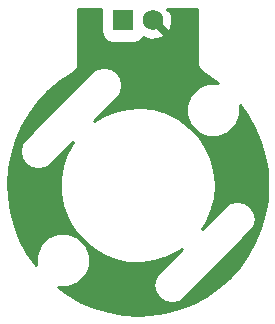
<source format=gbl>
G04 #@! TF.GenerationSoftware,KiCad,Pcbnew,6.0.0-rc1-unknown-7dfc4e3~65~ubuntu18.04.1*
G04 #@! TF.CreationDate,2018-07-28T16:35:14+05:30*
G04 #@! TF.ProjectId,airmount,6169726D6F756E742E6B696361645F70,rev?*
G04 #@! TF.SameCoordinates,Original*
G04 #@! TF.FileFunction,Copper,L2,Bot,Signal*
G04 #@! TF.FilePolarity,Positive*
%FSLAX46Y46*%
G04 Gerber Fmt 4.6, Leading zero omitted, Abs format (unit mm)*
G04 Created by KiCad (PCBNEW 6.0.0-rc1-unknown-7dfc4e3~65~ubuntu18.04.1) date Sat Jul 28 16:35:14 2018*
%MOMM*%
%LPD*%
G01*
G04 APERTURE LIST*
G04 #@! TA.AperFunction,ComponentPad*
%ADD10R,1.750000X1.750000*%
G04 #@! TD*
G04 #@! TA.AperFunction,ComponentPad*
%ADD11C,1.750000*%
G04 #@! TD*
G04 #@! TA.AperFunction,ViaPad*
%ADD12C,0.800000*%
G04 #@! TD*
G04 #@! TA.AperFunction,Conductor*
%ADD13C,0.254000*%
G04 #@! TD*
G04 APERTURE END LIST*
D10*
G04 #@! TO.P,J1,1*
G04 #@! TO.N,Net-(J1-Pad1)*
X125780800Y-74941800D03*
D11*
G04 #@! TO.P,J1,2*
G04 #@! TO.N,GND*
X128280800Y-74941800D03*
G04 #@! TD*
D12*
G04 #@! TO.N,GND*
X128280800Y-77464758D03*
X130191042Y-79375000D03*
X136906000Y-86089958D03*
X136906000Y-90309122D03*
X136906000Y-88392000D03*
G04 #@! TD*
D13*
G04 #@! TO.N,GND*
G36*
X123869896Y-74066800D02*
X123869896Y-75816800D01*
X123948749Y-76213223D01*
X124173305Y-76549295D01*
X124509377Y-76773851D01*
X124905800Y-76852704D01*
X126655800Y-76852704D01*
X127052223Y-76773851D01*
X127388295Y-76549295D01*
X127485648Y-76403597D01*
X128078946Y-76598620D01*
X128728349Y-76549748D01*
X129101326Y-76395256D01*
X129182890Y-76113298D01*
X128280800Y-75211208D01*
X128266658Y-75225350D01*
X127997250Y-74955942D01*
X128011392Y-74941800D01*
X127997250Y-74927658D01*
X128266658Y-74658250D01*
X128280800Y-74672392D01*
X128294942Y-74658250D01*
X128564350Y-74927658D01*
X128550208Y-74941800D01*
X129452298Y-75843890D01*
X129734256Y-75762326D01*
X129937620Y-75143654D01*
X129888748Y-74494251D01*
X129734256Y-74121274D01*
X129452300Y-74039710D01*
X129514510Y-73977500D01*
X131973679Y-73977500D01*
X132009395Y-73984605D01*
X132016501Y-74020326D01*
X132016500Y-78293352D01*
X132008866Y-78314059D01*
X132016500Y-78507292D01*
X132016500Y-78592317D01*
X132020692Y-78613390D01*
X132025819Y-78743175D01*
X132062193Y-78822030D01*
X132079134Y-78907199D01*
X132151295Y-79015197D01*
X132205699Y-79133139D01*
X132269477Y-79192069D01*
X132317724Y-79264276D01*
X132425723Y-79336439D01*
X132441501Y-79351017D01*
X132513989Y-79395415D01*
X132674800Y-79502866D01*
X132696449Y-79507172D01*
X132716463Y-79519430D01*
X133759415Y-80242442D01*
X133774862Y-80255979D01*
X132903307Y-80255979D01*
X132063106Y-80604002D01*
X131420044Y-81247064D01*
X131072021Y-82087265D01*
X131072021Y-82996693D01*
X131420044Y-83836894D01*
X132063106Y-84479956D01*
X132903307Y-84827979D01*
X133812735Y-84827979D01*
X134652936Y-84479956D01*
X135295998Y-83836894D01*
X135644021Y-82996693D01*
X135644021Y-82138013D01*
X136261657Y-82995364D01*
X136870545Y-84081767D01*
X137352535Y-85230120D01*
X137701430Y-86425653D01*
X137912743Y-87652986D01*
X137983760Y-88896370D01*
X137913567Y-90139787D01*
X137703065Y-91367264D01*
X137354961Y-92563030D01*
X136873733Y-93711695D01*
X136265563Y-94798503D01*
X135538273Y-95809480D01*
X134701213Y-96731623D01*
X133765140Y-97553085D01*
X132742102Y-98263294D01*
X131645233Y-98853132D01*
X130488646Y-99315007D01*
X129287210Y-99642982D01*
X128051779Y-99833552D01*
X127041714Y-99882236D01*
X125757043Y-99809287D01*
X124530069Y-99598455D01*
X123334845Y-99250079D01*
X122186740Y-98768638D01*
X121100526Y-98160329D01*
X120244419Y-97544021D01*
X121096693Y-97544021D01*
X121936894Y-97195998D01*
X122579956Y-96552936D01*
X122927979Y-95712735D01*
X122927979Y-94803307D01*
X122579956Y-93963106D01*
X121936894Y-93320044D01*
X121096693Y-92972021D01*
X120187265Y-92972021D01*
X119347064Y-93320044D01*
X118704002Y-93963106D01*
X118355979Y-94803307D01*
X118355979Y-95669270D01*
X118347745Y-95659880D01*
X117638125Y-94636968D01*
X117048859Y-93540289D01*
X116587532Y-92383964D01*
X116260068Y-91182840D01*
X116070682Y-89952379D01*
X116021805Y-88708376D01*
X116114067Y-87466835D01*
X116346280Y-86243732D01*
X116413788Y-86026318D01*
X117004705Y-86026318D01*
X117122985Y-86620953D01*
X117459818Y-87125060D01*
X117963925Y-87461893D01*
X118558560Y-87580173D01*
X119153195Y-87461893D01*
X119530056Y-87210083D01*
X121486235Y-85253904D01*
X121480821Y-85260772D01*
X120946555Y-86242723D01*
X120585375Y-87300654D01*
X120407609Y-88404316D01*
X120418340Y-89522150D01*
X120617260Y-90622195D01*
X120998683Y-91672998D01*
X121551702Y-92644512D01*
X122260504Y-93508958D01*
X123104823Y-94241621D01*
X124060517Y-94821550D01*
X125100260Y-95232165D01*
X126194322Y-95461723D01*
X127311421Y-95503661D01*
X128419615Y-95356780D01*
X129487219Y-95025281D01*
X130483705Y-94518641D01*
X130708390Y-94351470D01*
X128689917Y-96369944D01*
X128438107Y-96746805D01*
X128319827Y-97341440D01*
X128438107Y-97936075D01*
X128774940Y-98440182D01*
X129279047Y-98777015D01*
X129873682Y-98895295D01*
X130468317Y-98777015D01*
X130845178Y-98525205D01*
X136625205Y-92745179D01*
X136877016Y-92368317D01*
X136995295Y-91773682D01*
X136877016Y-91179047D01*
X136540182Y-90674940D01*
X136036075Y-90338106D01*
X135441440Y-90219827D01*
X134846805Y-90338106D01*
X134469943Y-90589917D01*
X132429980Y-92629880D01*
X132776508Y-92115163D01*
X133235645Y-91095917D01*
X133516486Y-90013883D01*
X133611000Y-88900000D01*
X133609782Y-88773086D01*
X133493901Y-87661222D01*
X133192340Y-86584779D01*
X132713721Y-85574535D01*
X132071729Y-84659376D01*
X131284721Y-83865470D01*
X130375199Y-83215517D01*
X129369171Y-82728100D01*
X128295400Y-82417156D01*
X127184590Y-82291578D01*
X126068502Y-82354954D01*
X124979048Y-82605473D01*
X123947380Y-83035971D01*
X123283962Y-83456177D01*
X125310083Y-81430057D01*
X125561894Y-81053195D01*
X125680173Y-80458560D01*
X125561894Y-79863925D01*
X125225060Y-79359818D01*
X124720953Y-79022984D01*
X124126318Y-78904705D01*
X123531683Y-79022984D01*
X123154821Y-79274795D01*
X117374795Y-85054822D01*
X117122985Y-85431683D01*
X117004705Y-86026318D01*
X116413788Y-86026318D01*
X116715463Y-85054770D01*
X117216868Y-83915240D01*
X117844046Y-82839803D01*
X118588935Y-81842275D01*
X119441957Y-80935486D01*
X120395649Y-80128126D01*
X121310039Y-79505882D01*
X121325200Y-79502866D01*
X121490081Y-79392696D01*
X121566291Y-79345065D01*
X121578357Y-79333712D01*
X121682276Y-79264276D01*
X121733271Y-79187956D01*
X121800114Y-79125065D01*
X121851432Y-79011116D01*
X121920866Y-78907200D01*
X121938772Y-78817180D01*
X121976462Y-78733491D01*
X121980267Y-78608573D01*
X121983500Y-78592318D01*
X121983500Y-78502416D01*
X121989536Y-78304240D01*
X121983500Y-78288313D01*
X121983500Y-74020321D01*
X121990605Y-73984605D01*
X122026321Y-73977500D01*
X123887659Y-73977500D01*
X123869896Y-74066800D01*
X123869896Y-74066800D01*
G37*
X123869896Y-74066800D02*
X123869896Y-75816800D01*
X123948749Y-76213223D01*
X124173305Y-76549295D01*
X124509377Y-76773851D01*
X124905800Y-76852704D01*
X126655800Y-76852704D01*
X127052223Y-76773851D01*
X127388295Y-76549295D01*
X127485648Y-76403597D01*
X128078946Y-76598620D01*
X128728349Y-76549748D01*
X129101326Y-76395256D01*
X129182890Y-76113298D01*
X128280800Y-75211208D01*
X128266658Y-75225350D01*
X127997250Y-74955942D01*
X128011392Y-74941800D01*
X127997250Y-74927658D01*
X128266658Y-74658250D01*
X128280800Y-74672392D01*
X128294942Y-74658250D01*
X128564350Y-74927658D01*
X128550208Y-74941800D01*
X129452298Y-75843890D01*
X129734256Y-75762326D01*
X129937620Y-75143654D01*
X129888748Y-74494251D01*
X129734256Y-74121274D01*
X129452300Y-74039710D01*
X129514510Y-73977500D01*
X131973679Y-73977500D01*
X132009395Y-73984605D01*
X132016501Y-74020326D01*
X132016500Y-78293352D01*
X132008866Y-78314059D01*
X132016500Y-78507292D01*
X132016500Y-78592317D01*
X132020692Y-78613390D01*
X132025819Y-78743175D01*
X132062193Y-78822030D01*
X132079134Y-78907199D01*
X132151295Y-79015197D01*
X132205699Y-79133139D01*
X132269477Y-79192069D01*
X132317724Y-79264276D01*
X132425723Y-79336439D01*
X132441501Y-79351017D01*
X132513989Y-79395415D01*
X132674800Y-79502866D01*
X132696449Y-79507172D01*
X132716463Y-79519430D01*
X133759415Y-80242442D01*
X133774862Y-80255979D01*
X132903307Y-80255979D01*
X132063106Y-80604002D01*
X131420044Y-81247064D01*
X131072021Y-82087265D01*
X131072021Y-82996693D01*
X131420044Y-83836894D01*
X132063106Y-84479956D01*
X132903307Y-84827979D01*
X133812735Y-84827979D01*
X134652936Y-84479956D01*
X135295998Y-83836894D01*
X135644021Y-82996693D01*
X135644021Y-82138013D01*
X136261657Y-82995364D01*
X136870545Y-84081767D01*
X137352535Y-85230120D01*
X137701430Y-86425653D01*
X137912743Y-87652986D01*
X137983760Y-88896370D01*
X137913567Y-90139787D01*
X137703065Y-91367264D01*
X137354961Y-92563030D01*
X136873733Y-93711695D01*
X136265563Y-94798503D01*
X135538273Y-95809480D01*
X134701213Y-96731623D01*
X133765140Y-97553085D01*
X132742102Y-98263294D01*
X131645233Y-98853132D01*
X130488646Y-99315007D01*
X129287210Y-99642982D01*
X128051779Y-99833552D01*
X127041714Y-99882236D01*
X125757043Y-99809287D01*
X124530069Y-99598455D01*
X123334845Y-99250079D01*
X122186740Y-98768638D01*
X121100526Y-98160329D01*
X120244419Y-97544021D01*
X121096693Y-97544021D01*
X121936894Y-97195998D01*
X122579956Y-96552936D01*
X122927979Y-95712735D01*
X122927979Y-94803307D01*
X122579956Y-93963106D01*
X121936894Y-93320044D01*
X121096693Y-92972021D01*
X120187265Y-92972021D01*
X119347064Y-93320044D01*
X118704002Y-93963106D01*
X118355979Y-94803307D01*
X118355979Y-95669270D01*
X118347745Y-95659880D01*
X117638125Y-94636968D01*
X117048859Y-93540289D01*
X116587532Y-92383964D01*
X116260068Y-91182840D01*
X116070682Y-89952379D01*
X116021805Y-88708376D01*
X116114067Y-87466835D01*
X116346280Y-86243732D01*
X116413788Y-86026318D01*
X117004705Y-86026318D01*
X117122985Y-86620953D01*
X117459818Y-87125060D01*
X117963925Y-87461893D01*
X118558560Y-87580173D01*
X119153195Y-87461893D01*
X119530056Y-87210083D01*
X121486235Y-85253904D01*
X121480821Y-85260772D01*
X120946555Y-86242723D01*
X120585375Y-87300654D01*
X120407609Y-88404316D01*
X120418340Y-89522150D01*
X120617260Y-90622195D01*
X120998683Y-91672998D01*
X121551702Y-92644512D01*
X122260504Y-93508958D01*
X123104823Y-94241621D01*
X124060517Y-94821550D01*
X125100260Y-95232165D01*
X126194322Y-95461723D01*
X127311421Y-95503661D01*
X128419615Y-95356780D01*
X129487219Y-95025281D01*
X130483705Y-94518641D01*
X130708390Y-94351470D01*
X128689917Y-96369944D01*
X128438107Y-96746805D01*
X128319827Y-97341440D01*
X128438107Y-97936075D01*
X128774940Y-98440182D01*
X129279047Y-98777015D01*
X129873682Y-98895295D01*
X130468317Y-98777015D01*
X130845178Y-98525205D01*
X136625205Y-92745179D01*
X136877016Y-92368317D01*
X136995295Y-91773682D01*
X136877016Y-91179047D01*
X136540182Y-90674940D01*
X136036075Y-90338106D01*
X135441440Y-90219827D01*
X134846805Y-90338106D01*
X134469943Y-90589917D01*
X132429980Y-92629880D01*
X132776508Y-92115163D01*
X133235645Y-91095917D01*
X133516486Y-90013883D01*
X133611000Y-88900000D01*
X133609782Y-88773086D01*
X133493901Y-87661222D01*
X133192340Y-86584779D01*
X132713721Y-85574535D01*
X132071729Y-84659376D01*
X131284721Y-83865470D01*
X130375199Y-83215517D01*
X129369171Y-82728100D01*
X128295400Y-82417156D01*
X127184590Y-82291578D01*
X126068502Y-82354954D01*
X124979048Y-82605473D01*
X123947380Y-83035971D01*
X123283962Y-83456177D01*
X125310083Y-81430057D01*
X125561894Y-81053195D01*
X125680173Y-80458560D01*
X125561894Y-79863925D01*
X125225060Y-79359818D01*
X124720953Y-79022984D01*
X124126318Y-78904705D01*
X123531683Y-79022984D01*
X123154821Y-79274795D01*
X117374795Y-85054822D01*
X117122985Y-85431683D01*
X117004705Y-86026318D01*
X116413788Y-86026318D01*
X116715463Y-85054770D01*
X117216868Y-83915240D01*
X117844046Y-82839803D01*
X118588935Y-81842275D01*
X119441957Y-80935486D01*
X120395649Y-80128126D01*
X121310039Y-79505882D01*
X121325200Y-79502866D01*
X121490081Y-79392696D01*
X121566291Y-79345065D01*
X121578357Y-79333712D01*
X121682276Y-79264276D01*
X121733271Y-79187956D01*
X121800114Y-79125065D01*
X121851432Y-79011116D01*
X121920866Y-78907200D01*
X121938772Y-78817180D01*
X121976462Y-78733491D01*
X121980267Y-78608573D01*
X121983500Y-78592318D01*
X121983500Y-78502416D01*
X121989536Y-78304240D01*
X121983500Y-78288313D01*
X121983500Y-74020321D01*
X121990605Y-73984605D01*
X122026321Y-73977500D01*
X123887659Y-73977500D01*
X123869896Y-74066800D01*
G04 #@! TD*
M02*

</source>
